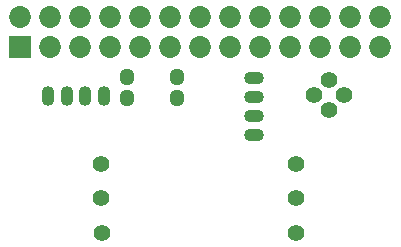
<source format=gbs>
G04*
G04 #@! TF.GenerationSoftware,Altium Limited,Altium Designer,19.1.5 (86)*
G04*
G04 Layer_Color=16711935*
%FSLAX25Y25*%
%MOIN*%
G70*
G01*
G75*
%ADD25C,0.07296*%
%ADD26R,0.07296X0.07296*%
%ADD27O,0.04331X0.06693*%
%ADD28O,0.06693X0.04331*%
%ADD29C,0.05524*%
G04:AMPARAMS|DCode=30|XSize=51.31mil|YSize=43.43mil|CornerRadius=12.86mil|HoleSize=0mil|Usage=FLASHONLY|Rotation=270.000|XOffset=0mil|YOffset=0mil|HoleType=Round|Shape=RoundedRectangle|*
%AMROUNDEDRECTD30*
21,1,0.05131,0.01772,0,0,270.0*
21,1,0.02559,0.04343,0,0,270.0*
1,1,0.02572,-0.00886,-0.01280*
1,1,0.02572,-0.00886,0.01280*
1,1,0.02572,0.00886,0.01280*
1,1,0.02572,0.00886,-0.01280*
%
%ADD30ROUNDEDRECTD30*%
D25*
X132000Y78000D02*
D03*
Y68012D02*
D03*
X122000Y78000D02*
D03*
Y68012D02*
D03*
X112000Y78000D02*
D03*
Y68012D02*
D03*
X102000Y78000D02*
D03*
Y68012D02*
D03*
X92000Y78000D02*
D03*
Y68012D02*
D03*
X82000Y78000D02*
D03*
Y68012D02*
D03*
X72000Y78000D02*
D03*
Y68012D02*
D03*
X62000Y78000D02*
D03*
Y68012D02*
D03*
X52000Y78000D02*
D03*
Y68012D02*
D03*
X42000Y78000D02*
D03*
Y68012D02*
D03*
X32000Y78000D02*
D03*
Y68012D02*
D03*
X22000Y78000D02*
D03*
Y68012D02*
D03*
X12000Y78000D02*
D03*
D26*
Y68012D02*
D03*
D27*
X39949Y51500D02*
D03*
X33650D02*
D03*
X27350D02*
D03*
X21051D02*
D03*
D28*
X90000Y38551D02*
D03*
Y44850D02*
D03*
Y51150D02*
D03*
Y57449D02*
D03*
D29*
X120000Y52000D02*
D03*
X115000Y57000D02*
D03*
X110000Y52000D02*
D03*
X115000Y47000D02*
D03*
X103961Y17500D02*
D03*
X39000D02*
D03*
X39039Y6000D02*
D03*
X104000D02*
D03*
X103961Y29000D02*
D03*
X39000D02*
D03*
D30*
X47500Y51000D02*
D03*
X64035D02*
D03*
X47500Y58087D02*
D03*
X64035D02*
D03*
M02*

</source>
